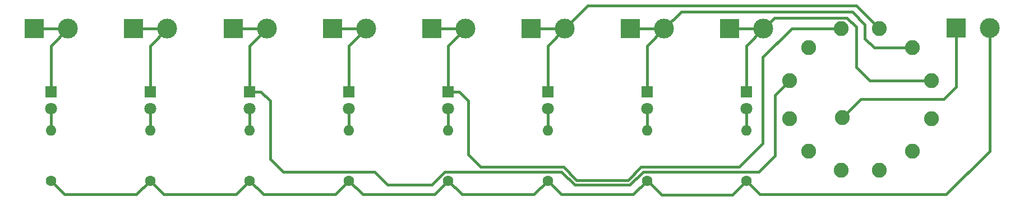
<source format=gtl>
%TF.GenerationSoftware,KiCad,Pcbnew,9.0.0+dfsg-1*%
%TF.CreationDate,2025-03-17T11:28:04+01:00*%
%TF.ProjectId,control-matrix-8,636f6e74-726f-46c2-9d6d-61747269782d,1.0*%
%TF.SameCoordinates,Original*%
%TF.FileFunction,Copper,L1,Top*%
%TF.FilePolarity,Positive*%
%FSLAX46Y46*%
G04 Gerber Fmt 4.6, Leading zero omitted, Abs format (unit mm)*
G04 Created by KiCad (PCBNEW 9.0.0+dfsg-1) date 2025-03-17 11:28:04*
%MOMM*%
%LPD*%
G01*
G04 APERTURE LIST*
%TA.AperFunction,ComponentPad*%
%ADD10O,1.600000X1.600000*%
%TD*%
%TA.AperFunction,ComponentPad*%
%ADD11C,1.600000*%
%TD*%
%TA.AperFunction,ComponentPad*%
%ADD12R,3.000000X3.000000*%
%TD*%
%TA.AperFunction,ComponentPad*%
%ADD13C,3.000000*%
%TD*%
%TA.AperFunction,ComponentPad*%
%ADD14R,1.800000X1.800000*%
%TD*%
%TA.AperFunction,ComponentPad*%
%ADD15C,1.800000*%
%TD*%
%TA.AperFunction,ComponentPad*%
%ADD16C,2.250000*%
%TD*%
%TA.AperFunction,Conductor*%
%ADD17C,0.400000*%
%TD*%
G04 APERTURE END LIST*
D10*
%TO.P,R8,2*%
%TO.N,Net-(D8-A)*%
X170400000Y-99550000D03*
D11*
%TO.P,R8,1*%
%TO.N,+12V*%
X170400000Y-107170000D03*
%TD*%
%TO.P,R7,1*%
%TO.N,+12V*%
X155400000Y-107170000D03*
D10*
%TO.P,R7,2*%
%TO.N,Net-(D7-A)*%
X155400000Y-99550000D03*
%TD*%
D12*
%TO.P,J8,1,Pin_1*%
%TO.N,Net-(D8-K)*%
X167900000Y-84170000D03*
D13*
%TO.P,J8,2,Pin_2*%
X172980000Y-84170000D03*
%TD*%
D12*
%TO.P,J7,1,Pin_1*%
%TO.N,Net-(D7-K)*%
X152900000Y-84170000D03*
D13*
%TO.P,J7,2,Pin_2*%
X157980000Y-84170000D03*
%TD*%
D14*
%TO.P,D8,1,K*%
%TO.N,Net-(D8-K)*%
X170400000Y-93730000D03*
D15*
%TO.P,D8,2,A*%
%TO.N,Net-(D8-A)*%
X170400000Y-96270000D03*
%TD*%
D14*
%TO.P,D7,1,K*%
%TO.N,Net-(D7-K)*%
X155400000Y-93730000D03*
D15*
%TO.P,D7,2,A*%
%TO.N,Net-(D7-A)*%
X155400000Y-96270000D03*
%TD*%
D14*
%TO.P,D3,1,K*%
%TO.N,Net-(D3-K)*%
X95400000Y-93730000D03*
D15*
%TO.P,D3,2,A*%
%TO.N,Net-(D3-A)*%
X95400000Y-96270000D03*
%TD*%
D11*
%TO.P,R2,1*%
%TO.N,+12V*%
X80400000Y-107170000D03*
D10*
%TO.P,R2,2*%
%TO.N,Net-(D2-A)*%
X80400000Y-99550000D03*
%TD*%
D14*
%TO.P,D2,1,K*%
%TO.N,Net-(D2-K)*%
X80400000Y-93730000D03*
D15*
%TO.P,D2,2,A*%
%TO.N,Net-(D2-A)*%
X80400000Y-96270000D03*
%TD*%
D14*
%TO.P,D6,1,K*%
%TO.N,Net-(D6-K)*%
X140400000Y-93730000D03*
D15*
%TO.P,D6,2,A*%
%TO.N,Net-(D6-A)*%
X140400000Y-96270000D03*
%TD*%
D11*
%TO.P,R6,1*%
%TO.N,+12V*%
X140400000Y-107170000D03*
D10*
%TO.P,R6,2*%
%TO.N,Net-(D6-A)*%
X140400000Y-99550000D03*
%TD*%
D14*
%TO.P,D5,1,K*%
%TO.N,Net-(D5-K)*%
X125400000Y-93730000D03*
D15*
%TO.P,D5,2,A*%
%TO.N,Net-(D5-A)*%
X125400000Y-96270000D03*
%TD*%
D14*
%TO.P,D4,1,K*%
%TO.N,Net-(D4-K)*%
X110400000Y-93730000D03*
D15*
%TO.P,D4,2,A*%
%TO.N,Net-(D4-A)*%
X110400000Y-96270000D03*
%TD*%
D11*
%TO.P,R5,1*%
%TO.N,+12V*%
X125400000Y-107170000D03*
D10*
%TO.P,R5,2*%
%TO.N,Net-(D5-A)*%
X125400000Y-99550000D03*
%TD*%
D11*
%TO.P,R4,1*%
%TO.N,+12V*%
X110400000Y-107170000D03*
D10*
%TO.P,R4,2*%
%TO.N,Net-(D4-A)*%
X110400000Y-99550000D03*
%TD*%
D11*
%TO.P,R1,1*%
%TO.N,+12V*%
X65400000Y-107170000D03*
D10*
%TO.P,R1,2*%
%TO.N,Net-(D1-A)*%
X65400000Y-99550000D03*
%TD*%
D14*
%TO.P,D1,1,K*%
%TO.N,Net-(D1-K)*%
X65400000Y-93730000D03*
D15*
%TO.P,D1,2,A*%
%TO.N,Net-(D1-A)*%
X65400000Y-96270000D03*
%TD*%
D11*
%TO.P,R3,1*%
%TO.N,+12V*%
X95400000Y-107170000D03*
D10*
%TO.P,R3,2*%
%TO.N,Net-(D3-A)*%
X95400000Y-99550000D03*
%TD*%
D12*
%TO.P,J1,1,Pin_1*%
%TO.N,Net-(D1-K)*%
X62900000Y-84170000D03*
D13*
%TO.P,J1,2,Pin_2*%
X67980000Y-84170000D03*
%TD*%
D12*
%TO.P,J2,1,Pin_1*%
%TO.N,Net-(D2-K)*%
X77900000Y-84170000D03*
D13*
%TO.P,J2,2,Pin_2*%
X82980000Y-84170000D03*
%TD*%
D12*
%TO.P,J6,1,Pin_1*%
%TO.N,Net-(D6-K)*%
X137900000Y-84170000D03*
D13*
%TO.P,J6,2,Pin_2*%
X142980000Y-84170000D03*
%TD*%
D12*
%TO.P,J3,1,Pin_1*%
%TO.N,Net-(D3-K)*%
X92900000Y-84170000D03*
D13*
%TO.P,J3,2,Pin_2*%
X97980000Y-84170000D03*
%TD*%
D12*
%TO.P,J4,1,Pin_1*%
%TO.N,Net-(D4-K)*%
X107900000Y-84170000D03*
D13*
%TO.P,J4,2,Pin_2*%
X112980000Y-84170000D03*
%TD*%
D12*
%TO.P,J9,1,Pin_1*%
%TO.N,GND*%
X202060000Y-84100000D03*
D13*
%TO.P,J9,2,Pin_2*%
%TO.N,+12V*%
X207140000Y-84100000D03*
%TD*%
D12*
%TO.P,J5,1,Pin_1*%
%TO.N,Net-(D5-K)*%
X122900000Y-84170000D03*
D13*
%TO.P,J5,2,Pin_2*%
X127980000Y-84170000D03*
%TD*%
D16*
%TO.P,SW1,1,1*%
%TO.N,unconnected-(SW1-Pad1)*%
X184754220Y-105600000D03*
%TO.P,SW1,2,2*%
%TO.N,Net-(D1-K)*%
X179778230Y-102727110D03*
%TO.P,SW1,3,3*%
%TO.N,Net-(D2-K)*%
X176905330Y-97751110D03*
%TO.P,SW1,4,4*%
%TO.N,Net-(D3-K)*%
X176905330Y-92005330D03*
%TO.P,SW1,5,5*%
%TO.N,Net-(D4-K)*%
X179778230Y-87029340D03*
%TO.P,SW1,6,6*%
%TO.N,Net-(D5-K)*%
X184754220Y-84156450D03*
%TO.P,SW1,7,7*%
%TO.N,Net-(D6-K)*%
X190500000Y-84156450D03*
%TO.P,SW1,8,8*%
%TO.N,Net-(D7-K)*%
X195476000Y-87029340D03*
%TO.P,SW1,9,9*%
%TO.N,Net-(D8-K)*%
X198348890Y-92005329D03*
%TO.P,SW1,10,10*%
%TO.N,unconnected-(SW1-Pad10)*%
X198348890Y-97751110D03*
%TO.P,SW1,11,11*%
%TO.N,unconnected-(SW1-Pad11)*%
X195476000Y-102727110D03*
%TO.P,SW1,12,12*%
%TO.N,unconnected-(SW1-Pad12)*%
X190500000Y-105600000D03*
%TO.P,SW1,13,13*%
%TO.N,GND*%
X184904750Y-97600580D03*
%TD*%
D17*
%TO.N,Net-(D5-K)*%
X125400000Y-93730000D02*
X127019516Y-93730000D01*
X127019516Y-93730000D02*
X128400000Y-95110484D01*
X128400000Y-95110484D02*
X128400000Y-103200000D01*
X128400000Y-103200000D02*
X130299000Y-105099000D01*
X130299000Y-105099000D02*
X142790364Y-105099000D01*
X142790364Y-105099000D02*
X144790364Y-107099000D01*
X144790364Y-107099000D02*
X152509636Y-107099000D01*
X152509636Y-107099000D02*
X154509636Y-105099000D01*
X154509636Y-105099000D02*
X169301000Y-105099000D01*
X169301000Y-105099000D02*
X172900000Y-101500000D01*
X172900000Y-101500000D02*
X172900000Y-88500000D01*
X172900000Y-88500000D02*
X177243550Y-84156450D01*
X177243550Y-84156450D02*
X184754220Y-84156450D01*
%TO.N,Net-(D8-K)*%
X172980000Y-84170000D02*
X174650000Y-82500000D01*
X187000000Y-90000000D02*
X189005329Y-92005329D01*
X174650000Y-82500000D02*
X185600000Y-82500000D01*
X185600000Y-82500000D02*
X187000000Y-83900000D01*
X187000000Y-83900000D02*
X187000000Y-90000000D01*
X189005329Y-92005329D02*
X198348890Y-92005329D01*
%TO.N,Net-(D7-K)*%
X157980000Y-84170000D02*
X160550000Y-81600000D01*
X160550000Y-81600000D02*
X186370660Y-81600000D01*
X186370660Y-81600000D02*
X188300000Y-83529340D01*
X188300000Y-83529340D02*
X188300000Y-85629340D01*
X188300000Y-85629340D02*
X189700000Y-87029340D01*
X189700000Y-87029340D02*
X195476000Y-87029340D01*
%TO.N,Net-(D3-K)*%
X154800000Y-105800000D02*
X172300000Y-105800000D01*
X97130000Y-93730000D02*
X98500000Y-95100000D01*
X144500000Y-107800000D02*
X152800000Y-107800000D01*
X122900000Y-107800000D02*
X124900000Y-105800000D01*
X116200000Y-107800000D02*
X122900000Y-107800000D01*
X114250000Y-105850000D02*
X116200000Y-107800000D01*
X100450000Y-105850000D02*
X114250000Y-105850000D01*
X98500000Y-103900000D02*
X100450000Y-105850000D01*
X98500000Y-95100000D02*
X98500000Y-103900000D01*
X152800000Y-107800000D02*
X154800000Y-105800000D01*
X142500000Y-105800000D02*
X144500000Y-107800000D01*
X124900000Y-105800000D02*
X142500000Y-105800000D01*
X95400000Y-93730000D02*
X97130000Y-93730000D01*
X172300000Y-105800000D02*
X174700000Y-103400000D01*
X174700000Y-103400000D02*
X174700000Y-94210660D01*
X174700000Y-94210660D02*
X176905330Y-92005330D01*
%TO.N,Net-(D6-K)*%
X142980000Y-84170000D02*
X146450000Y-80700000D01*
X146450000Y-80700000D02*
X187043550Y-80700000D01*
X187043550Y-80700000D02*
X190500000Y-84156450D01*
%TO.N,Net-(D7-K)*%
X152900000Y-84170000D02*
X157980000Y-84170000D01*
%TO.N,Net-(D8-K)*%
X172980000Y-84170000D02*
X167900000Y-84170000D01*
X170400000Y-93730000D02*
X170400000Y-86750000D01*
X170400000Y-86750000D02*
X172980000Y-84170000D01*
%TO.N,Net-(D7-K)*%
X155400000Y-93730000D02*
X155400000Y-86750000D01*
X155400000Y-86750000D02*
X157980000Y-84170000D01*
%TO.N,Net-(D8-A)*%
X170400000Y-96270000D02*
X170400000Y-99550000D01*
%TO.N,Net-(D7-A)*%
X155400000Y-99550000D02*
X155400000Y-96270000D01*
%TO.N,+12V*%
X170400000Y-107170000D02*
X172479000Y-109249000D01*
X172479000Y-109249000D02*
X200551000Y-109249000D01*
X155400000Y-107170000D02*
X155470000Y-107170000D01*
X168271000Y-109299000D02*
X170400000Y-107170000D01*
X155470000Y-107170000D02*
X157599000Y-109299000D01*
X157599000Y-109299000D02*
X168271000Y-109299000D01*
X142479000Y-109249000D02*
X153321000Y-109249000D01*
X153321000Y-109249000D02*
X155400000Y-107170000D01*
%TO.N,Net-(D1-K)*%
X67980000Y-84170000D02*
X65400000Y-86750000D01*
X62900000Y-84170000D02*
X67980000Y-84170000D01*
X65400000Y-86750000D02*
X65400000Y-93730000D01*
%TO.N,Net-(D1-A)*%
X65400000Y-96270000D02*
X65400000Y-99550000D01*
%TO.N,Net-(D2-A)*%
X80400000Y-96270000D02*
X80400000Y-99550000D01*
%TO.N,Net-(D2-K)*%
X80400000Y-86750000D02*
X80400000Y-93730000D01*
X82980000Y-84170000D02*
X80400000Y-86750000D01*
X77900000Y-84170000D02*
X82980000Y-84170000D01*
%TO.N,Net-(D3-K)*%
X95400000Y-91170000D02*
X95400000Y-86750000D01*
X92900000Y-84170000D02*
X97980000Y-84170000D01*
X95400000Y-91170000D02*
X95400000Y-93730000D01*
X95400000Y-86750000D02*
X97980000Y-84170000D01*
%TO.N,Net-(D3-A)*%
X95400000Y-96270000D02*
X95400000Y-99550000D01*
%TO.N,Net-(D4-A)*%
X110400000Y-96270000D02*
X110400000Y-99550000D01*
%TO.N,Net-(D4-K)*%
X107900000Y-84170000D02*
X112980000Y-84170000D01*
X112980000Y-84170000D02*
X110400000Y-86750000D01*
X110400000Y-86750000D02*
X110400000Y-93730000D01*
%TO.N,Net-(D5-K)*%
X125400000Y-91170000D02*
X125400000Y-86750000D01*
X125400000Y-86750000D02*
X127980000Y-84170000D01*
X122900000Y-84170000D02*
X127980000Y-84170000D01*
X125400000Y-91170000D02*
X125400000Y-93730000D01*
%TO.N,Net-(D5-A)*%
X125400000Y-96270000D02*
X125400000Y-99550000D01*
%TO.N,Net-(D6-A)*%
X140400000Y-96270000D02*
X140400000Y-99550000D01*
%TO.N,Net-(D6-K)*%
X140400000Y-86750000D02*
X140400000Y-93730000D01*
X142980000Y-84170000D02*
X140400000Y-86750000D01*
X137900000Y-84170000D02*
X142980000Y-84170000D01*
%TO.N,GND*%
X202060000Y-92940000D02*
X200200000Y-94800000D01*
X202060000Y-84100000D02*
X202060000Y-92940000D01*
X200200000Y-94800000D02*
X187705330Y-94800000D01*
X187705330Y-94800000D02*
X184904750Y-97600580D01*
%TO.N,+12V*%
X207140000Y-84100000D02*
X207140000Y-102660000D01*
X140400000Y-107170000D02*
X142479000Y-109249000D01*
X127479000Y-109249000D02*
X138321000Y-109249000D01*
X93321000Y-109249000D02*
X95400000Y-107170000D01*
X138321000Y-109249000D02*
X140400000Y-107170000D01*
X67479000Y-109249000D02*
X77750000Y-109249000D01*
X95400000Y-107170000D02*
X97479000Y-109249000D01*
X108321000Y-109249000D02*
X110400000Y-107170000D01*
X112479000Y-109249000D02*
X123321000Y-109249000D01*
X78301000Y-109249000D02*
X80380000Y-107170000D01*
X80400000Y-107170000D02*
X82479000Y-109249000D01*
X110400000Y-107170000D02*
X112479000Y-109249000D01*
X97479000Y-109249000D02*
X108321000Y-109249000D01*
X123321000Y-109249000D02*
X125400000Y-107170000D01*
X80380000Y-107170000D02*
X80400000Y-107170000D01*
X77750000Y-109249000D02*
X78301000Y-109249000D01*
X82479000Y-109249000D02*
X93321000Y-109249000D01*
X65400000Y-107170000D02*
X67479000Y-109249000D01*
X125400000Y-107170000D02*
X127479000Y-109249000D01*
X207140000Y-102660000D02*
X200551000Y-109249000D01*
%TD*%
M02*

</source>
